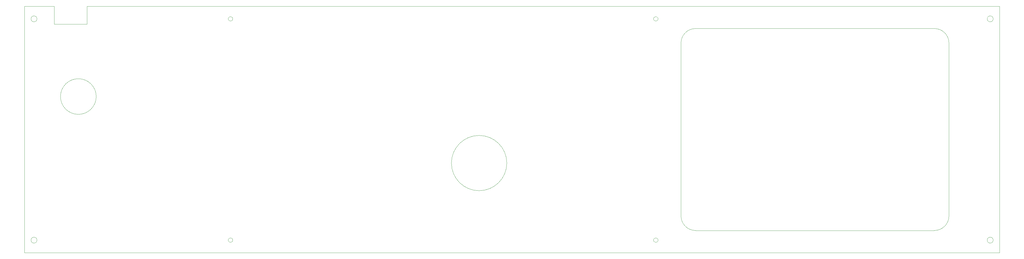
<source format=gbr>
G04 #@! TF.GenerationSoftware,KiCad,Pcbnew,(5.1.9)-1*
G04 #@! TF.CreationDate,2021-03-05T16:24:16-06:00*
G04 #@! TF.ProjectId,Y+,592b2e6b-6963-4616-945f-706362585858,3*
G04 #@! TF.SameCoordinates,Original*
G04 #@! TF.FileFunction,Profile,NP*
%FSLAX46Y46*%
G04 Gerber Fmt 4.6, Leading zero omitted, Abs format (unit mm)*
G04 Created by KiCad (PCBNEW (5.1.9)-1) date 2021-03-05 16:24:16*
%MOMM*%
%LPD*%
G01*
G04 APERTURE LIST*
G04 #@! TA.AperFunction,Profile*
%ADD10C,0.050000*%
G04 #@! TD*
G04 APERTURE END LIST*
D10*
X147250000Y-185275000D02*
X453760000Y-185325000D01*
X147250000Y-191300000D02*
X147250000Y-185275000D01*
X136250000Y-191300000D02*
X147250000Y-191300000D01*
X136250000Y-185300000D02*
X136250000Y-191300000D01*
X126260000Y-185300000D02*
X136250000Y-185300000D01*
X436760000Y-255900000D02*
X436760000Y-197700000D01*
X351660000Y-260800000D02*
X431860000Y-260800000D01*
X346760000Y-197700000D02*
X346760000Y-255900000D01*
X431860000Y-192800000D02*
X351660000Y-192800000D01*
X346760000Y-197700000D02*
G75*
G02*
X351660000Y-192800000I4900000J0D01*
G01*
X351660000Y-260800000D02*
G75*
G02*
X346760000Y-255900000I0J4900000D01*
G01*
X431860000Y-192800000D02*
G75*
G02*
X436760000Y-197700000I0J-4900000D01*
G01*
X436760000Y-255900000D02*
G75*
G02*
X431860000Y-260800000I-4900000J0D01*
G01*
X196210000Y-189550000D02*
G75*
G03*
X196210000Y-189550000I-750000J0D01*
G01*
X339060000Y-189550000D02*
G75*
G03*
X339060000Y-189550000I-750000J0D01*
G01*
X339060000Y-264050000D02*
G75*
G03*
X339060000Y-264050000I-750000J0D01*
G01*
X196210000Y-264050000D02*
G75*
G03*
X196210000Y-264050000I-750000J0D01*
G01*
X130460000Y-189550000D02*
G75*
G03*
X130460000Y-189550000I-1000000J0D01*
G01*
X130460000Y-264050000D02*
G75*
G03*
X130460000Y-264050000I-1000000J0D01*
G01*
X451610000Y-189550000D02*
G75*
G03*
X451610000Y-189550000I-1000000J0D01*
G01*
X451610000Y-264050000D02*
G75*
G03*
X451610000Y-264050000I-1000000J0D01*
G01*
X453760000Y-268300000D02*
X453760000Y-185325000D01*
X126260000Y-268300000D02*
X453760000Y-268300000D01*
X126260000Y-185300000D02*
X126260000Y-268300000D01*
X150363332Y-215700000D02*
G75*
G03*
X150363332Y-215700000I-6003332J0D01*
G01*
X288262174Y-238100000D02*
G75*
G03*
X288262174Y-238100000I-9302174J0D01*
G01*
M02*

</source>
